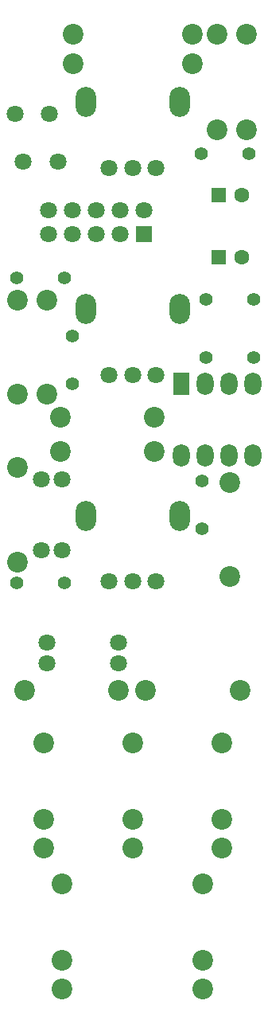
<source format=gbs>
G04 #@! TF.FileFunction,Soldermask,Bot*
%FSLAX46Y46*%
G04 Gerber Fmt 4.6, Leading zero omitted, Abs format (unit mm)*
G04 Created by KiCad (PCBNEW (2016-08-20 BZR 7083)-product) date Thu Dec  8 21:02:35 2016*
%MOMM*%
%LPD*%
G01*
G04 APERTURE LIST*
%ADD10C,0.100000*%
%ADD11C,2.200000*%
%ADD12C,1.800000*%
%ADD13C,1.400000*%
%ADD14R,1.600000X1.600000*%
%ADD15C,1.600000*%
%ADD16O,2.200000X3.200000*%
%ADD17R,1.800000X1.800000*%
%ADD18R,1.800000X2.400000*%
%ADD19O,1.800000X2.400000*%
G04 APERTURE END LIST*
D10*
D11*
X5000000Y20698000D03*
X5000000Y28826000D03*
X5000000Y17650000D03*
X20850000Y104200000D03*
X8150000Y104200000D03*
X8150000Y101100000D03*
X20850000Y101100000D03*
D12*
X2850000Y90650000D03*
X1950000Y95750000D03*
D13*
X7240000Y78300000D03*
X2160000Y78300000D03*
X8100000Y67060000D03*
X8100000Y72140000D03*
X7240000Y45900000D03*
X2160000Y45900000D03*
D14*
X23650000Y87100000D03*
D15*
X26150000Y87100000D03*
D14*
X23650000Y80500000D03*
D15*
X26150000Y80500000D03*
D13*
X21760000Y91500000D03*
X26840000Y91500000D03*
X22260000Y76000000D03*
X27340000Y76000000D03*
X21900000Y56740000D03*
X21900000Y51660000D03*
X22260000Y69800000D03*
X27340000Y69800000D03*
D16*
X19500000Y97000000D03*
X9500000Y97000000D03*
D12*
X17000000Y90000000D03*
X14500000Y90000000D03*
X12000000Y90000000D03*
D16*
X19500000Y75000000D03*
X9500000Y75000000D03*
D12*
X17000000Y68000000D03*
X14500000Y68000000D03*
X12000000Y68000000D03*
D16*
X19500000Y53000000D03*
X9500000Y53000000D03*
D12*
X17000000Y46000000D03*
X14500000Y46000000D03*
X12000000Y46000000D03*
D11*
X2200000Y75900000D03*
X2200000Y65900000D03*
X5400000Y75900000D03*
X5400000Y65900000D03*
X2200000Y48100000D03*
X2200000Y58100000D03*
X16800000Y63500000D03*
X6800000Y63500000D03*
X6800000Y59800000D03*
X16800000Y59800000D03*
X24800000Y56500000D03*
X24800000Y46500000D03*
X13000000Y34400000D03*
X3000000Y34400000D03*
X15900000Y34400000D03*
X25900000Y34400000D03*
D12*
X7000000Y56900000D03*
X7000000Y49300000D03*
X4800000Y49300000D03*
X4800000Y56900000D03*
X13000000Y39500000D03*
X5400000Y39500000D03*
X5400000Y37300000D03*
X13000000Y37300000D03*
X6550000Y90650000D03*
X5650000Y95750000D03*
D17*
X15680000Y82930000D03*
D12*
X15680000Y85470000D03*
X13140000Y82930000D03*
X13140000Y85470000D03*
X10600000Y82930000D03*
X10600000Y85470000D03*
X8060000Y82930000D03*
X8060000Y85470000D03*
X5520000Y82930000D03*
X5520000Y85470000D03*
D11*
X14500000Y20698000D03*
X14500000Y28826000D03*
X14500000Y17650000D03*
X24000000Y20698000D03*
X24000000Y28826000D03*
X24000000Y17650000D03*
X7000000Y5698000D03*
X7000000Y13826000D03*
X7000000Y2650000D03*
X22000000Y5698000D03*
X22000000Y13826000D03*
X22000000Y2650000D03*
D18*
X19690000Y67010000D03*
D19*
X22230000Y67010000D03*
X24770000Y67010000D03*
X27310000Y67010000D03*
X27310000Y59390000D03*
X24770000Y59390000D03*
X22230000Y59390000D03*
X19690000Y59390000D03*
D11*
X23500000Y104180000D03*
X23500000Y94020000D03*
X26600000Y104180000D03*
X26600000Y94020000D03*
M02*

</source>
